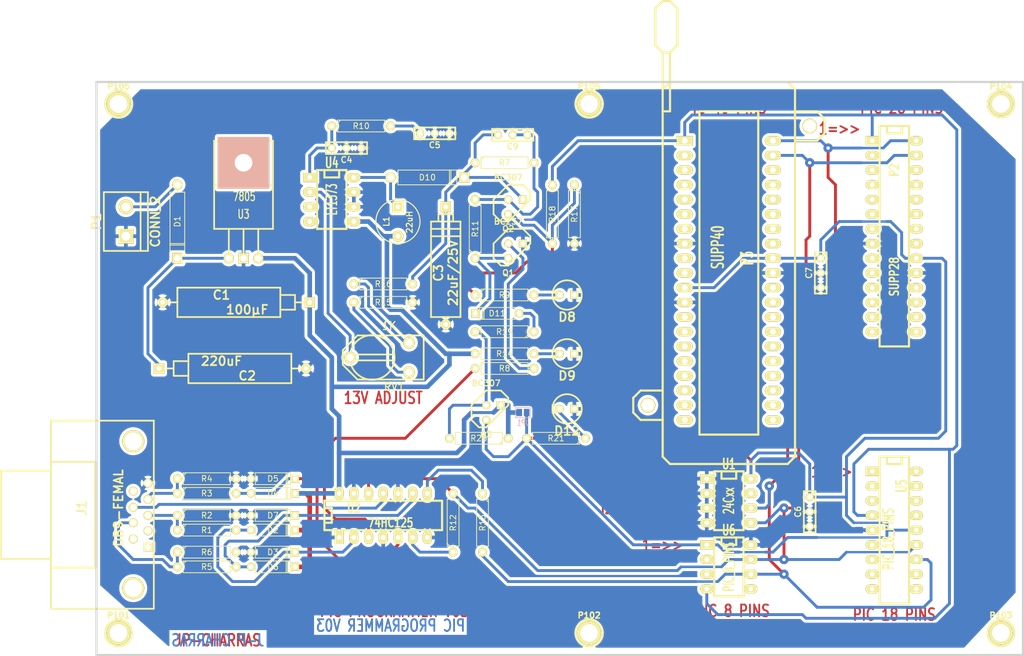
<source format=kicad_pcb>
(kicad_pcb (version 20221018) (generator pcbnew)
  (title_block (title "SERIAL PIC PROGRAMMER"))
  (layers (0 "F.Cu" signal "Composant") (31 "B.Cu" signal "Cuivre") (34 "B.Paste" user) (35 "F.Paste" user) (36 "B.SilkS" user "B.Silkscreen") (37 "F.SilkS" user "F.Silkscreen") (38 "B.Mask" user) (39 "F.Mask" user) (44 "Edge.Cuts" user))
  (net 0 "")
  (net 1 "/CTS")
  (net 2 "/DTR")
  (net 3 "/PC-CLOCK-OUT")
  (net 4 "/TXD")
  (net 5 "GND")
  (net 6 "Net-(C2-Pad1)")
  (net 7 "Net-(C4-Pad1)")
  (net 8 "Net-(C5-Pad1)")
  (net 9 "Net-(C9-Pad2)")
  (net 10 "Net-(D11-Pad1)")
  (net 11 "Net-(D11-Pad2)")
  (net 12 "Net-(Q1-Pad2)")
  (net 13 "Net-(Q2-Pad3)")
  (net 14 "Net-(Q3-Pad2)")
  (net 15 "Net-(R12-Pad1)")
  (net 16 "Net-(R13-Pad1)")
  (net 17 "Net-(R15-Pad1)")
  (net 18 "Net-(R16-Pad1)")
  (net 19 "Net-(R8-Pad1)")
  (net 20 "Net-(RV1-Pad2)")
  (net 21 "VCC")
  (net 22 "VPP")
  (net 23 "/pic_sockets/VCC_PIC")
  (net 24 "Net-(D1-Pad2)")
  (net 25 "Net-(D4-Pad2)")
  (net 26 "Net-(D8-Pad2)")
  (net 27 "Net-(D9-Pad2)")
  (net 28 "Net-(D12-Pad2)")
  (net 29 "Net-(J1-Pad1)")
  (net 30 "Net-(J1-Pad2)")
  (net 31 "Net-(J1-Pad6)")
  (net 32 "Net-(J1-Pad9)")
  (net 33 "Net-(P2-Pad2)")
  (net 34 "Net-(P2-Pad3)")
  (net 35 "Net-(P2-Pad4)")
  (net 36 "Net-(P2-Pad5)")
  (net 37 "Net-(P2-Pad6)")
  (net 38 "Net-(P2-Pad7)")
  (net 39 "Net-(P2-Pad9)")
  (net 40 "Net-(P2-Pad10)")
  (net 41 "Net-(P2-Pad11)")
  (net 42 "Net-(P2-Pad12)")
  (net 43 "Net-(P2-Pad13)")
  (net 44 "Net-(P2-Pad14)")
  (net 45 "/VPP/MCLR")
  (net 46 "Net-(P2-Pad15)")
  (net 47 "Net-(P2-Pad16)")
  (net 48 "Net-(P2-Pad17)")
  (net 49 "Net-(P2-Pad18)")
  (net 50 "Net-(P2-Pad21)")
  (net 51 "Net-(P2-Pad22)")
  (net 52 "Net-(P2-Pad23)")
  (net 53 "Net-(P2-Pad24)")
  (net 54 "Net-(P2-Pad25)")
  (net 55 "Net-(P2-Pad26)")
  (net 56 "/CLOCK-RB6")
  (net 57 "/DATA-RB7")
  (net 58 "Net-(P3-Pad2)")
  (net 59 "Net-(P3-Pad3)")
  (net 60 "Net-(P3-Pad4)")
  (net 61 "Net-(P3-Pad5)")
  (net 62 "Net-(P3-Pad6)")
  (net 63 "Net-(P3-Pad7)")
  (net 64 "Net-(P3-Pad9)")
  (net 65 "Net-(P3-Pad10)")
  (net 66 "Net-(P3-Pad13)")
  (net 67 "Net-(P3-Pad14)")
  (net 68 "Net-(P3-Pad15)")
  (net 69 "Net-(P3-Pad16)")
  (net 70 "Net-(P3-Pad17)")
  (net 71 "Net-(P3-Pad18)")
  (net 72 "Net-(P3-Pad19)")
  (net 73 "Net-(P3-Pad20)")
  (net 74 "Net-(P3-Pad21)")
  (net 75 "Net-(P3-Pad22)")
  (net 76 "Net-(P3-Pad23)")
  (net 77 "Net-(P3-Pad24)")
  (net 78 "Net-(P3-Pad25)")
  (net 79 "Net-(P3-Pad26)")
  (net 80 "Net-(P3-Pad27)")
  (net 81 "Net-(P3-Pad28)")
  (net 82 "Net-(P3-Pad29)")
  (net 83 "Net-(P3-Pad30)")
  (net 84 "Net-(P3-Pad33)")
  (net 85 "Net-(P3-Pad34)")
  (net 86 "Net-(P3-Pad35)")
  (net 87 "Net-(P3-Pad36)")
  (net 88 "Net-(P3-Pad37)")
  (net 89 "Net-(P3-Pad38)")
  (net 90 "Net-(P101-Pad1)")
  (net 91 "Net-(P102-Pad1)")
  (net 92 "Net-(P103-Pad1)")
  (net 93 "Net-(P104-Pad1)")
  (net 94 "Net-(P105-Pad1)")
  (net 95 "Net-(P106-Pad1)")
  (net 96 "Net-(U1-Pad7)")
  (net 97 "Net-(U4-Pad3)")
  (net 98 "Net-(U4-Pad4)")
  (net 99 "Net-(U5-Pad1)")
  (net 100 "Net-(U5-Pad2)")
  (net 101 "Net-(U5-Pad3)")
  (net 102 "Net-(U5-Pad6)")
  (net 103 "Net-(U5-Pad7)")
  (net 104 "Net-(U5-Pad8)")
  (net 105 "Net-(U5-Pad9)")
  (net 106 "Net-(U5-Pad10)")
  (net 107 "Net-(U5-Pad11)")
  (net 108 "Net-(U5-Pad15)")
  (net 109 "Net-(U5-Pad16)")
  (net 110 "Net-(U5-Pad17)")
  (net 111 "Net-(U5-Pad18)")
  (net 112 "Net-(U6-Pad2)")
  (net 113 "Net-(U6-Pad3)")
  (net 114 "Net-(U6-Pad5)")
  (net 115 "Net-(D2-Pad2)")
  (net 116 "Net-(D6-Pad2)")
  (net 117 "Net-(D10-Pad2)")
  (footprint "Discret:CP10" (layer "F.Cu") (at 97.79 78.74 180)
    (fp_text reference "C1")
    (fp_text value "100µF")
  )
  (footprint "Discret:CP10" (layer "F.Cu") (at 97.155 90.17)
    (fp_text reference "C2")
    (fp_text value "220uF")
  )
  (footprint "Discret:CP8" (layer "F.Cu") (at 133.985 72.39 -90)
    (fp_text reference "C3")
    (fp_text value "22uF/25V")
  )
  (footprint "Discret:C1-1" (layer "F.Cu") (at 116.84 52.07)
    (fp_text reference "C4")
    (fp_text value "0" hide)
  )
  (footprint "Discret:C1-1" (layer "F.Cu") (at 132.08 49.53)
    (fp_text reference "C5")
    (fp_text value "10nF" hide)
  )
  (footprint "Discret:C1-1" (layer "F.Cu") (at 196.85 114.935 -90)
    (fp_text reference "C6")
    (fp_text value "100nF" hide)
  )
  (footprint "Discret:C1-1" (layer "F.Cu") (at 198.755 73.66 -90)
    (fp_text reference "C7")
    (fp_text value "100nF" hide)
  )
  (footprint "Discret:C1-1" (layer "F.Cu") (at 145.542 49.784)
    (fp_text reference "C9")
    (fp_text value "220nF" hide)
  )
  (footprint "Discret:D5" (layer "F.Cu") (at 87.63 64.77 -90)
    (fp_text reference "D1")
    (fp_text value "1N4004")
  )
  (footprint "Discret:D3" (layer "F.Cu") (at 104.14 118.11)
    (fp_text reference "D2")
    (fp_text value "BAT43")
  )
  (footprint "Discret:D3" (layer "F.Cu") (at 104.14 121.92)
    (fp_text reference "D3")
    (fp_text value "BAT43")
  )
  (footprint "Discret:D3" (layer "F.Cu") (at 104.14 111.76)
    (fp_text reference "D4")
    (fp_text value "BAT43")
  )
  (footprint "Discret:D3" (layer "F.Cu") (at 104.14 109.22)
    (fp_text reference "D5")
    (fp_text value "BAT43")
  )
  (footprint "Discret:D3" (layer "F.Cu") (at 104.14 124.46)
    (fp_text reference "D6")
    (fp_text value "BAT43")
  )
  (footprint "Discret:D3" (layer "F.Cu") (at 104.14 115.57)
    (fp_text reference "D7")
    (fp_text value "BAT43")
  )
  (footprint "Discret:LEDV" (layer "F.Cu") (at 154.94 77.47 180)
    (fp_text reference "D8")
    (fp_text value "RED-LED" hide)
  )
  (footprint "Discret:LEDV" (layer "F.Cu") (at 154.94 87.63 180)
    (fp_text reference "D9")
    (fp_text value "GREEN-LED" hide)
  )
  (footprint "Discret:D5" (layer "F.Cu") (at 130.81 57.15)
    (fp_text reference "D10")
    (fp_text value "SCHOTTKY")
  )
  (footprint "Discret:D3" (layer "F.Cu") (at 142.875 80.645 180)
    (fp_text reference "D11")
    (fp_text value "BAT43")
  )
  (footprint "Discret:LEDV" (layer "F.Cu") (at 154.94 97.155 180)
    (fp_text reference "D12")
    (fp_text value "YELLOW-LED" hide)
  )
  (footprint "connect:DB9FC" (layer "F.Cu") (at 81.28 115.57 90)
    (fp_text reference "J1")
    (fp_text value "DB9-FEMAL")
  )
  (footprint "inductors:INDUCTOR_V" (layer "F.Cu") (at 125.73 64.77 -90)
    (fp_text reference "L1")
    (fp_text value "22uH")
  )
  (footprint "connect:bornier2" (layer "F.Cu") (at 78.74 64.77 90)
    (fp_text reference "P1")
    (fp_text value "CONN_2")
  )
  (footprint "Discret:TO92" (layer "F.Cu") (at 146.05 69.85)
    (fp_text reference "Q1")
    (fp_text value "BC237")
  )
  (footprint "Discret:TO92" (layer "F.Cu") (at 146.05 62.23)
    (fp_text reference "Q2")
    (fp_text value "BC307")
  )
  (footprint "Discret:TO92" (layer "F.Cu") (at 142.24 97.79)
    (fp_text reference "Q3")
    (fp_text value "BC307")
  )
  (footprint "Discret:R4" (layer "F.Cu") (at 92.71 118.11)
    (fp_text reference "R1")
    (fp_text value "10K")
  )
  (footprint "Discret:R4" (layer "F.Cu") (at 92.71 115.57)
    (fp_text reference "R2")
    (fp_text value "10K")
  )
  (footprint "Discret:R4" (layer "F.Cu") (at 92.71 111.76)
    (fp_text reference "R3")
    (fp_text value "10K")
  )
  (footprint "Discret:R4" (layer "F.Cu") (at 92.71 109.22)
    (fp_text reference "R4")
    (fp_text value "10K")
  )
  (footprint "Discret:R4" (layer "F.Cu") (at 92.71 124.46)
    (fp_text reference "R5")
    (fp_text value "10K")
  )
  (footprint "Discret:R4" (layer "F.Cu") (at 92.71 121.92)
    (fp_text reference "R6")
    (fp_text value "10K")
  )
  (footprint "Discret:R4" (layer "F.Cu") (at 144.145 54.61)
    (fp_text reference "R7")
    (fp_text value "10K")
  )
  (footprint "Discret:R4" (layer "F.Cu") (at 144.145 90.17)
    (fp_text reference "R8")
    (fp_text value "1K")
  )
  (footprint "Discret:R4" (layer "F.Cu") (at 144.145 77.47)
    (fp_text reference "R9")
    (fp_text value "2.2K")
  )
  (footprint "Discret:R4" (layer "F.Cu") (at 119.38 48.26)
    (fp_text reference "R10")
    (fp_text value "5,1K")
  )
  (footprint "Discret:R4" (layer "F.Cu") (at 139.065 66.04 90)
    (fp_text reference "R11")
    (fp_text value "22K")
  )
  (footprint "Discret:R4" (layer "F.Cu") (at 135.255 116.84 90)
    (fp_text reference "R12")
    (fp_text value "470")
  )
  (footprint "Discret:R4" (layer "F.Cu") (at 140.335 116.84 -90)
    (fp_text reference "R13")
    (fp_text value "470")
  )
  (footprint "Discret:R4" (layer "F.Cu") (at 144.145 87.63)
    (fp_text reference "R14")
    (fp_text value "470")
  )
  (footprint "Discret:R4" (layer "F.Cu") (at 123.19 78.74)
    (fp_text reference "R15")
    (fp_text value "6.2K")
  )
  (footprint "Discret:R4" (layer "F.Cu") (at 123.19 75.565)
    (fp_text reference "R16")
    (fp_text value "62K")
  )
  (footprint "Discret:R4" (layer "F.Cu") (at 156.21 63.5 -90)
    (fp_text reference "R17")
    (fp_text value "22K")
  )
  (footprint "Discret:R4" (layer "F.Cu") (at 152.4 63.5 90)
    (fp_text reference "R18")
    (fp_text value "220")
  )
  (footprint "Discret:R4" (layer "F.Cu") (at 144.145 83.82 180)
    (fp_text reference "R19")
    (fp_text value "2.2K")
  )
  (footprint "Discret:R4" (layer "F.Cu") (at 139.7 102.235 180)
    (fp_text reference "R20")
    (fp_text value "2.2K")
  )
  (footprint "Discret:R4" (layer "F.Cu") (at 153.035 102.235 180)
    (fp_text reference "R21")
    (fp_text value "470")
  )
  (footprint "Discret:RV2X4" (layer "F.Cu") (at 122.555 88.265 180)
    (fp_text reference "RV1")
    (fp_text value "1K")
  )
  (footprint "dip_sockets:DIP-8__300_ELL" (layer "F.Cu") (at 182.88 113.03 -90)
    (fp_text reference "U1")
    (fp_text value "24Cxx")
  )
  (footprint "dip_sockets:DIP-14__300_ELL" (layer "F.Cu") (at 123.19 115.57)
    (fp_text reference "U2")
    (fp_text value "74HC125")
  )
  (footprint "Discret:LM78XX" (layer "F.Cu") (at 99.06 71.12 90)
    (fp_text reference "U3")
    (fp_text value "7805")
  )
  (footprint "dip_sockets:DIP-8__300_ELL" (layer "F.Cu") (at 114.3 60.96 -90)
    (fp_text reference "U4")
    (fp_text value "LT1373")
  )
  (footprint "dip_sockets:DIP-18__300_ELL" (layer "F.Cu") (at 211.455 118.11 -90)
    (fp_text reference "U5")
    (fp_text value "PIC_18_PINS")
  )
  (footprint "dip_sockets:DIP-8__300_ELL" (layer "F.Cu") (at 182.88 124.46 -90)
    (fp_text reference "U6")
    (fp_text value "PIC_8_PINS")
  )
  (footprint "footprints:1pin-4" (layer "F.Cu") (at 77.47 135.89)
    (fp_text reference "P101")
    (fp_text value "CONN_1" hide)
  )
  (footprint "footprints:1pin-4" (layer "F.Cu") (at 158.75 135.89)
    (fp_text reference "P102")
    (fp_text value "CONN_1" hide)
  )
  (footprint "footprints:1pin-4" (layer "F.Cu") (at 229.87 135.89)
    (fp_text reference "P103")
    (fp_text value "CONN_1" hide)
  )
  (footprint "footprints:1pin-4" (layer "F.Cu") (at 229.87 44.45)
    (fp_text reference "P104")
    (fp_text value "CONN_1" hide)
  )
  (footprint "footprints:1pin-4" (layer "F.Cu") (at 158.75 44.45)
    (fp_text reference "P105")
    (fp_text value "CONN_1" hide)
  )
  (footprint "footprints:1pin-4" (layer "F.Cu") (at 77.47 44.45)
    (fp_text reference "P106")
    (fp_text value "CONN_1" hide)
  )
  (footprint "sockets:40tex-Ell600" (layer "F.Cu") (at 182.88 74.93 -90)
    (fp_text reference "P3")
    (fp_text value "SUPP40")
  )
  (footprint "dip_sockets:DIP-28__300_ELL" (layer "F.Cu") (at 211.455 67.31 -90)
    (fp_text reference "P2")
    (fp_text value "SUPP28")
  )
  (footprint "connect:GS2" (layer "B.Cu") (at 147.32 97.79 -90)
    (fp_text reference "JP1")
    (fp_text value "JUMPER" hide)
  )
  (gr_line (start 173.99 40.64) (end 233.68 40.64) (stroke (width 0.381)) (layer "Edge.Cuts"))
  (gr_line (start 233.68 139.7) (end 73.66 139.7) (stroke (width 0.381)) (layer "Edge.Cuts"))
  (gr_line (start 73.66 40.64) (end 173.99 40.64) (stroke (width 0.381)) (layer "Edge.Cuts"))
  (gr_line (start 233.68 40.64) (end 233.68 139.7) (stroke (width 0.381)) (layer "Edge.Cuts"))
  (gr_line (start 73.66 139.7) (end 73.66 40.64) (stroke (width 0.381)) (layer "Edge.Cuts"))
  (gr_text "PWR ON" (at 163.83 88.9) (layer "F.Cu") (effects (font (size 2.032 1.524) (thickness 0.3048))))
  (gr_text "13V ADJUST" (at 123.19 95.25) (layer "F.Cu") (effects (font (size 2.032 1.524) (thickness 0.3048))))
  (gr_text "1=>>" (at 171.45 120.65) (layer "F.Cu") (effects (font (size 2.032 1.524) (thickness 0.3048))))
  (gr_text "VPP ON" (at 163.195 80.645) (layer "F.Cu") (effects (font (size 2.032 1.524) (thickness 0.3048))))
  (gr_text "1=>>" (at 200.66 107.95) (layer "F.Cu") (effects (font (size 2.032 1.524) (thickness 0.3048))))
  (gr_text "PIC PROGRAMMER V03" (at 125.095 132.08) (layer "F.Cu") (effects (font (size 2.032 1.524) (thickness 0.3048))))
  (gr_text "PIC 28 PINS" (at 212.725 45.085) (layer "F.Cu") (effects (font (size 2.032 1.524) (thickness 0.3048))))
  (gr_text "1=>>" (at 202 48.7) (layer "F.Cu") (effects (font (size 2.032 1.524) (thickness 0.3048))))
  (gr_text "PIC 40 PINS" (at 182.245 45.085) (layer "F.Cu") (effects (font (size 2.032 1.524) (thickness 0.3048))))
  (gr_text "I2C PROM" (at 166.37 114.3) (layer "F.Cu") (effects (font (size 2.032 1.524) (thickness 0.3048))))
  (gr_text "+8/12V" (at 80.01 57.15) (layer "F.Cu") (effects (font (size 2.032 1.524) (thickness 0.3048))))
  (gr_text "PIC 18 PINS" (at 211.455 132.715) (layer "F.Cu") (effects (font (size 2.032 1.524) (thickness 0.3048))))
  (gr_text "1=>>" (at 171.45 109.22) (layer "F.Cu") (effects (font (size 2.032 1.524) (thickness 0.3048))))
  (gr_text "VCC ON" (at 162.9 99.1) (layer "F.Cu") (effects (font (size 2.032 1.524) (thickness 0.3048))))
  (gr_text "PIC 8 PINS" (at 183.515 132.08) (layer "F.Cu") (effects (font (size 2.032 1.524) (thickness 0.3048))))
  (gr_text "1=>>" (at 167.64 48.895) (layer "F.Cu") (effects (font (size 2.032 1.524) (thickness 0.3048))))
  (gr_text "JP-CHARRAS" (at 94.615 137.16) (layer "F.Cu") (effects (font (size 2.032 1.524) (thickness 0.3048))))
  (gr_text "PIC PROGRAMMER V03" (at 124.46 134.62) (layer "B.Cu") (effects (font (size 2.032 1.524) (thickness 0.3048)) (justify mirror)))
  (gr_text "J-P CHARRAS" (at 94.615 137.16) (layer "B.Cu") (effects (font (size 2.032 1.524) (thickness 0.3048)) (justify mirror)))
  (segment (start 80.01 114.173) (end 83.947 114.173) (width 0.5) (layer "B.Cu") (net 1))
  (segment (start 123.19 113.03) (end 123.19 111.76) (width 0.5) (layer "B.Cu") (net 1))
  (segment (start 83.947 114.173) (end 84.455 113.665) (width 0.5) (layer "B.Cu") (net 1))
  (segment (start 84.455 113.665) (end 112.395 113.665) (width 0.5) (layer "B.Cu") (net 1))
  (segment (start 121.92 114.3) (end 123.19 113.03) (width 0.5) (layer "B.Cu") (net 1))
  (segment (start 113.03 114.3) (end 121.92 114.3) (width 0.5) (layer "B.Cu") (net 1))
  (segment (start 112.395 113.665) (end 113.03 114.3) (width 0.5) (layer "B.Cu") (net 1))
  (segment (start 87.63 111.76) (end 87.63 109.22) (width 0.5) (layer "B.Cu") (net 2))
  (segment (start 82.55 112.776) (end 82.55 112.395) (width 0.5) (layer "B.Cu") (net 2))
  (segment (start 83.185 111.76) (end 87.63 111.76) (width 0.5) (layer "B.Cu") (net 2))
  (segment (start 82.55 112.395) (end 83.185 111.76) (width 0.5) (layer "B.Cu") (net 2))
  (segment (start 77.47 120.65) (end 80.01 123.19) (width 0.5) (layer "B.Cu") (net 3))
  (segment (start 78.105 116.84) (end 77.47 117.475) (width 0.5) (layer "B.Cu") (net 3))
  (segment (start 80.01 123.19) (end 85.09 123.19) (width 0.5) (layer "B.Cu") (net 3))
  (segment (start 86.36 124.46) (end 87.63 124.46) (width 0.5) (layer "B.Cu") (net 3))
  (segment (start 77.47 117.475) (end 77.47 120.65) (width 0.5) (layer "B.Cu") (net 3))
  (segment (start 85.09 123.19) (end 86.36 124.46) (width 0.5) (layer "B.Cu") (net 3))
  (segment (start 80.01 116.84) (end 78.105 116.84) (width 0.5) (layer "B.Cu") (net 3))
  (segment (start 87.63 124.46) (end 87.63 121.92) (width 0.5) (layer "B.Cu") (net 3))
  (segment (start 87.63 118.11) (end 87.63 115.57) (width 0.5) (layer "B.Cu") (net 4))
  (segment (start 87.63 115.57) (end 82.55 115.57) (width 0.5) (layer "B.Cu") (net 4))
  (segment (start 82.55 76.2) (end 87.63 71.12) (width 0.5) (layer "B.Cu") (net 6))
  (segment (start 84.455 90.17) (end 84.455 89.535) (width 0.5) (layer "B.Cu") (net 6))
  (segment (start 87.63 71.12) (end 96.52 71.12) (width 0.5) (layer "B.Cu") (net 6))
  (segment (start 82.55 87.63) (end 82.55 76.2) (width 0.5) (layer "B.Cu") (net 6))
  (segment (start 84.455 89.535) (end 82.55 87.63) (width 0.5) (layer "B.Cu") (net 6))
  (segment (start 110.49 53.34) (end 111.76 52.07) (width 0.5) (layer "B.Cu") (net 7))
  (segment (start 111.76 52.07) (end 114.3 52.07) (width 0.5) (layer "B.Cu") (net 7))
  (segment (start 114.3 48.26) (end 114.3 52.07) (width 0.5) (layer "B.Cu") (net 7))
  (segment (start 110.49 57.15) (end 110.49 53.34) (width 0.5) (layer "B.Cu") (net 7))
  (segment (start 128.27 48.26) (end 129.54 49.53) (width 0.5) (layer "B.Cu") (net 8))
  (segment (start 124.46 48.26) (end 128.27 48.26) (width 0.5) (layer "B.Cu") (net 8))
  (segment (start 149.225 50.165) (end 149.225 54.61) (width 0.5) (layer "B.Cu") (net 9))
  (segment (start 149.86 62.23) (end 148.59 63.5) (width 0.5) (layer "B.Cu") (net 9))
  (segment (start 149.86 59.69) (end 149.86 62.23) (width 0.5) (layer "B.Cu") (net 9))
  (segment (start 149.225 59.055) (end 149.86 59.69) (width 0.5) (layer "B.Cu") (net 9))
  (segment (start 149.225 54.61) (end 149.225 59.055) (width 0.5) (layer "B.Cu") (net 9))
  (segment (start 145.542 49.784) (end 148.082 49.784) (width 0.5) (layer "B.Cu") (net 9))
  (segment (start 144.78 60.96) (end 139.065 60.96) (width 0.5) (layer "B.Cu") (net 9))
  (segment (start 148.082 49.784) (end 148.844 49.784) (width 0.5) (layer "B.Cu") (net 9))
  (segment (start 148.844 49.784) (end 149.225 50.165) (width 0.5) (layer "B.Cu") (net 9))
  (segment (start 144.78 60.96) (end 147.32 63.5) (width 0.5) (layer "B.Cu") (net 9))
  (segment (start 148.59 63.5) (end 147.32 63.5) (width 0.5) (layer "B.Cu") (net 9))
  (segment (start 144.78 71.12) (end 139.065 71.12) (width 0.5) (layer "B.Cu") (net 10))
  (segment (start 141.605 78.105) (end 139.065 80.645) (width 0.5) (layer "B.Cu") (net 10))
  (segment (start 139.065 71.12) (end 141.605 73.66) (width 0.5) (layer "B.Cu") (net 10))
  (segment (start 141.605 73.66) (end 141.605 78.105) (width 0.5) (layer "B.Cu") (net 10))
  (segment (start 148.59 80.645) (end 149.225 81.28) (width 0.5) (layer "B.Cu") (net 11))
  (segment (start 149.225 81.28) (end 149.225 83.82) (width 0.5) (layer "B.Cu") (net 11))
  (segment (start 146.685 80.645) (end 148.59 80.645) (width 0.5) (layer "B.Cu") (net 11))
  (segment (start 146.685 90.17) (end 144.78 88.265) (width 0.5) (layer "B.Cu") (net 12))
  (segment (start 149.225 90.17) (end 146.685 90.17) (width 0.5) (layer "B.Cu") (net 12))
  (segment (start 144.78 68.58) (end 147.32 71.12) (width 0.5) (layer "B.Cu") (net 12))
  (segment (start 147.32 71.12) (end 147.32 73.025) (width 0.5) (layer "B.Cu") (net 12))
  (segment (start 147.32 73.025) (end 144.78 75.565) (width 0.5) (layer "B.Cu") (net 12))
  (segment (start 144.78 75.565) (end 144.78 88.265) (width 0.5) (layer "B.Cu") (net 12))
  (segment (start 152.4 68.58) (end 152.4 69.85) (width 0.5) (layer "F.Cu") (net 13))
  (segment (start 150.495 71.755) (end 152.4 69.85) (width 0.5) (layer "F.Cu") (net 13))
  (segment (start 147.955 71.755) (end 150.495 71.755) (width 0.5) (layer "F.Cu") (net 13))
  (segment (start 137.795 76.2) (end 139.065 77.47) (width 0.5) (layer "F.Cu") (net 13))
  (segment (start 137.795 74.93) (end 137.795 76.2) (width 0.5) (layer "F.Cu") (net 13))
  (segment (start 139.065 73.66) (end 146.05 73.66) (width 0.5) (layer "F.Cu") (net 13))
  (segment (start 137.795 74.93) (end 139.065 73.66) (width 0.5) (layer "F.Cu") (net 13))
  (segment (start 146.05 73.66) (end 147.955 71.755) (width 0.5) (layer "F.Cu") (net 13))
  (segment (start 147.32 65.405) (end 149.225 65.405) (width 0.5) (layer "B.Cu") (net 13))
  (segment (start 156.21 58.42) (end 156.21 61.595) (width 0.5) (layer "B.Cu") (net 13))
  (segment (start 144.78 63.5) (end 145.415 63.5) (width 0.5) (layer "B.Cu") (net 13))
  (segment (start 149.225 65.405) (end 152.4 68.58) (width 0.5) (layer "B.Cu") (net 13))
  (segment (start 156.21 61.595) (end 152.4 65.405) (width 0.5) (layer "B.Cu") (net 13))
  (segment (start 145.415 63.5) (end 147.32 65.405) (width 0.5) (layer "B.Cu") (net 13))
  (segment (start 152.4 65.405) (end 152.4 68.58) (width 0.5) (layer "B.Cu") (net 13))
  (segment (start 139.7 83.82) (end 139.065 83.82) (width 0.5) (layer "B.Cu") (net 14))
  (segment (start 140.97 85.09) (end 139.7 83.82) (width 0.5) (layer "B.Cu") (net 14))
  (segment (start 135.255 96.52) (end 134.62 97.155) (width 0.5) (layer "B.Cu") (net 14))
  (segment (start 140.97 85.09) (end 140.97 96.52) (width 0.5) (layer "B.Cu") (net 14))
  (segment (start 134.62 97.155) (end 134.62 102.235) (width 0.5) (layer "B.Cu") (net 14))
  (segment (start 140.97 96.52) (end 135.255 96.52) (width 0.5) (layer "B.Cu") (net 14))
  (segment (start 128.27 120.65) (end 129.54 121.92) (width 0.5) (layer "B.Cu") (net 15))
  (segment (start 129.54 121.92) (end 135.255 121.92) (width 0.5) (layer "B.Cu") (net 15))
  (segment (start 128.27 119.38) (end 128.27 120.65) (width 0.5) (layer "B.Cu") (net 15))
  (segment (start 140.335 109.6772) (end 140.335 111.76) (width 0.5) (layer "B.Cu") (net 16))
  (segment (start 130.81 111.76) (end 130.81 109.6264) (width 0.5) (layer "B.Cu") (net 16))
  (segment (start 130.81 109.6264) (end 132.6896 107.7468) (width 0.5) (layer "B.Cu") (net 16))
  (segment (start 132.6896 107.7468) (end 138.4046 107.7468) (width 0.5) (layer "B.Cu") (net 16))
  (segment (start 138.4046 107.7468) (end 140.335 109.6772) (width 0.5) (layer "B.Cu") (net 16))
  (segment (start 124.46 86.36) (end 124.46 89.535) (width 0.5) (layer "B.Cu") (net 17))
  (segment (start 118.11 78.74) (end 118.11 80.01) (width 0.5) (layer "B.Cu") (net 17))
  (segment (start 118.11 80.01) (end 124.46 86.36) (width 0.5) (layer "B.Cu") (net 17))
  (segment (start 124.46 89.535) (end 125.73 90.805) (width 0.5) (layer "B.Cu") (net 17))
  (segment (start 125.73 90.805) (end 127.635 90.805) (width 0.5) (layer "B.Cu") (net 17))
  (segment (start 120.65 79.375) (end 127 85.725) (width 0.5) (layer "B.Cu") (net 18))
  (segment (start 120.65 76.2) (end 120.65 79.375) (width 0.5) (layer "B.Cu") (net 18))
  (segment (start 120.015 75.565) (end 120.65 76.2) (width 0.5) (layer "B.Cu") (net 18))
  (segment (start 127 85.725) (end 127.635 85.725) (width 0.5) (layer "B.Cu") (net 18))
  (segment (start 118.11 75.565) (end 120.015 75.565) (width 0.5) (layer "B.Cu") (net 18))
  (segment (start 113.03 114.3) (end 114.935 116.205) (width 0.5) (layer "F.Cu") (net 19))
  (segment (start 114.935 102.235) (end 113.03 104.14) (width 0.5) (layer "F.Cu") (net 19))
  (segment (start 113.03 104.14) (end 113.03 114.3) (width 0.5) (layer "F.Cu") (net 19))
  (segment (start 127 102.235) (end 139.065 90.17) (width 0.5) (layer "F.Cu") (net 19))
  (segment (start 114.935 116.205) (end 120.015 116.205) (width 0.5) (layer "F.Cu") (net 19))
  (segment (start 120.65 116.84) (end 120.65 119.38) (width 0.5) (layer "F.Cu") (net 19))
  (segment (start 114.935 102.235) (end 127 102.235) (width 0.5) (layer "F.Cu") (net 19))
  (segment (start 120.015 116.205) (end 120.65 116.84) (width 0.5) (layer "F.Cu") (net 19))
  (segment (start 113.665 60.96) (end 113.665 80.645) (width 0.5) (layer "B.Cu") (net 20))
  (segment (start 113.665 80.645) (end 117.475 84.455) (width 0.5) (layer "B.Cu") (net 20))
  (segment (start 110.49 59.69) (end 112.395 59.69) (width 0.5) (layer "B.Cu") (net 20))
  (segment (start 112.395 59.69) (end 113.665 60.96) (width 0.5) (layer "B.Cu") (net 20))
  (segment (start 117.475 84.455) (end 117.475 88.265) (width 0.5) (layer "B.Cu") (net 20))
  (segment (start 109.855 124.46) (end 107.95 124.46) (width 0.8) (layer "F.Cu") (net 21))
  (segment (start 110.49 112.395) (end 110.49 116.84) (width 0.8) (layer "F.Cu") (net 21))
  (segment (start 109.22 118.11) (end 110.49 119.38) (width 0.8) (layer "F.Cu") (net 21))
  (segment (start 109.855 111.76) (end 110.49 112.395) (width 0.8) (layer "F.Cu") (net 21))
  (segment (start 110.49 119.38) (end 110.49 123.825) (width 0.8) (layer "F.Cu") (net 21))
  (segment (start 109.22 118.11) (end 107.95 118.11) (width 0.8) (layer "F.Cu") (net 21))
  (segment (start 110.49 123.825) (end 109.855 124.46) (width 0.8) (layer "F.Cu") (net 21))
  (segment (start 107.95 111.76) (end 109.855 111.76) (width 0.8) (layer "F.Cu") (net 21))
  (segment (start 110.49 116.84) (end 109.22 118.11) (width 0.8) (layer "F.Cu") (net 21))
  (segment (start 144.78 97.79) (end 144.78 97.917) (width 0.8) (layer "B.Cu") (net 21))
  (segment (start 144.78 97.917) (end 144.78 96.52) (width 0.8) (layer "B.Cu") (net 21))
  (segment (start 110.49 73.66) (end 107.95 71.12) (width 0.8) (layer "B.Cu") (net 21))
  (segment (start 125.73 67.31) (end 123.825 67.31) (width 0.8) (layer "B.Cu") (net 21))
  (segment (start 135.89 104.775) (end 115.57 104.775) (width 0.8) (layer "B.Cu") (net 21))
  (segment (start 123.19 67.31) (end 120.65 64.77) (width 0.8) (layer "B.Cu") (net 21))
  (segment (start 124.46 80.01) (end 123.825 79.375) (width 0.8) (layer "B.Cu") (net 21))
  (segment (start 144.78 102.235) (end 144.78 97.917) (width 0.8) (layer "B.Cu") (net 21))
  (segment (start 110.49 78.74) (end 110.49 84.455) (width 0.8) (layer "B.Cu") (net 21))
  (segment (start 118.11 64.77) (end 120.65 64.77) (width 0.8) (layer "B.Cu") (net 21))
  (segment (start 123.825 67.31) (end 123.19 67.31) (width 0.8) (layer "B.Cu") (net 21))
  (segment (start 101.6 71.12) (end 107.95 71.12) (width 0.8) (layer "B.Cu") (net 21))
  (segment (start 114.3 93.345) (end 114.3 97.155) (width 0.8) (layer "B.Cu") (net 21))
  (segment (start 134.62 87.63) (end 133.985 87.63) (width 0.8) (layer "B.Cu") (net 21))
  (segment (start 138.43 97.79) (end 137.16 99.06) (width 0.8) (layer "B.Cu") (net 21))
  (segment (start 134.62 89.535) (end 134.62 87.63) (width 0.8) (layer "B.Cu") (net 21))
  (segment (start 139.065 87.63) (end 134.62 87.63) (width 0.8) (layer "B.Cu") (net 21))
  (segment (start 142.24 97.79) (end 138.43 97.79) (width 0.5) (layer "B.Cu") (net 21))
  (segment (start 130.81 93.345) (end 134.62 89.535) (width 0.8) (layer "B.Cu") (net 21))
  (segment (start 110.49 78.74) (end 110.49 73.66) (width 0.8) (layer "B.Cu") (net 21))
  (segment (start 114.3 88.265) (end 114.3 93.345) (width 0.8) (layer "B.Cu") (net 21))
  (segment (start 143.51 96.52) (end 144.78 96.52) (width 0.8) (layer "B.Cu") (net 21))
  (segment (start 115.57 111.76) (end 115.57 104.775) (width 0.8) (layer "B.Cu") (net 21))
  (segment (start 137.16 103.505) (end 135.89 104.775) (width 0.8) (layer "B.Cu") (net 21))
  (segment (start 137.16 99.06) (end 137.16 103.505) (width 0.8) (layer "B.Cu") (net 21))
  (segment (start 115.57 98.425) (end 115.57 104.775) (width 0.8) (layer "B.Cu") (net 21))
  (segment (start 133.985 87.63) (end 126.365 80.01) (width 0.8) (layer "B.Cu") (net 21))
  (segment (start 123.825 79.375) (end 123.825 67.31) (width 0.8) (layer "B.Cu") (net 21))
  (segment (start 146.685 97.79) (end 144.78 97.79) (width 0.8) (layer "B.Cu") (net 21))
  (segment (start 114.3 97.155) (end 115.57 98.425) (width 0.8) (layer "B.Cu") (net 21))
  (segment (start 110.49 84.455) (end 114.3 88.265) (width 0.8) (layer "B.Cu") (net 21))
  (segment (start 126.365 80.01) (end 124.46 80.01) (width 0.8) (layer "B.Cu") (net 21))
  (segment (start 143.51 96.52) (end 142.24 97.79) (width 0.8) (layer "B.Cu") (net 21))
  (segment (start 107.95 111.76) (end 115.57 111.76) (width 0.8) (layer "B.Cu") (net 21))
  (segment (start 114.3 93.345) (end 130.81 93.345) (width 0.8) (layer "B.Cu") (net 21))
  (segment (start 137.16 57.15) (end 137.16 56.515) (width 0.5) (layer "B.Cu") (net 22))
  (segment (start 143.51 57.15) (end 147.32 60.96) (width 0.5) (layer "B.Cu") (net 22))
  (segment (start 136.525 57.15) (end 133.985 59.69) (width 0.5) (layer "B.Cu") (net 22))
  (segment (start 133.985 68.58) (end 128.27 74.295) (width 0.5) (layer "B.Cu") (net 22))
  (segment (start 128.27 74.295) (end 128.27 75.565) (width 0.5) (layer "B.Cu") (net 22))
  (segment (start 139.065 51.181) (end 140.462 49.784) (width 0.5) (layer "B.Cu") (net 22))
  (segment (start 136.525 57.15) (end 137.16 57.15) (width 0.5) (layer "B.Cu") (net 22))
  (segment (start 133.985 62.23) (end 133.985 59.69) (width 0.5) (layer "B.Cu") (net 22))
  (segment (start 137.16 56.515) (end 139.065 54.61) (width 0.5) (layer "B.Cu") (net 22))
  (segment (start 137.16 57.15) (end 143.51 57.15) (width 0.5) (layer "B.Cu") (net 22))
  (segment (start 133.985 62.23) (end 133.985 68.58) (width 0.5) (layer "B.Cu") (net 22))
  (segment (start 139.065 54.61) (end 139.065 51.181) (width 0.5) (layer "B.Cu") (net 22))
  (segment (start 140.462 49.784) (end 143.002 49.784) (width 0.5) (layer "B.Cu") (net 22))
  (segment (start 154.305 104.775) (end 151.765 102.235) (width 0.5) (layer "F.Cu") (net 23))
  (segment (start 151.765 102.235) (end 147.955 102.235) (width 0.5) (layer "F.Cu") (net 23))
  (segment (start 185.42 104.775) (end 186.69 106.045) (width 0.5) (layer "F.Cu") (net 23))
  (segment (start 170.18 104.775) (end 185.42 104.775) (width 0.5) (layer "F.Cu") (net 23))
  (segment (start 170.18 104.775) (end 154.305 104.775) (width 0.5) (layer "F.Cu") (net 23))
  (segment (start 186.69 109.22) (end 186.69 106.045) (width 0.5) (layer "F.Cu") (net 23))
  (segment (start 184.7 121.92) (end 189.23 121.92) (width 0.4) (layer "B.Cu") (net 23))
  (segment (start 179.07 120.65) (end 180.975 120.65) (width 0.5) (layer "B.Cu") (net 23))
  (segment (start 186.69 106.045) (end 187.96 104.775) (width 0.5) (layer "B.Cu") (net 23))
  (segment (start 205.74 64.77) (end 210.185 64.77) (width 0.4) (layer "B.Cu") (net 23))
  (segment (start 140.97 99.06) (end 140.97 104.14) (width 0.5) (layer "B.Cu") (net 23))
  (segment (start 144.78 105.41) (end 147.955 102.235) (width 0.5) (layer "B.Cu") (net 23))
  (segment (start 185.42 71.12) (end 190.5 71.12) (width 0.5) (layer "B.Cu") (net 23))
  (segment (start 212.725 66.675) (end 212.725 70.485) (width 0.5) (layer "B.Cu") (net 23))
  (segment (start 203.2 115.57) (end 204.47 116.84) (width 0.5) (layer "B.Cu") (net 23))
  (segment (start 206.375 102.235) (end 219.075 102.235) (width 0.5) (layer "B.Cu") (net 23))
  (segment (start 187.96 104.775) (end 194.945 104.775) (width 0.5) (layer "B.Cu") (net 23))
  (segment (start 213.36 71.12) (end 215.265 71.12) (width 0.5) (layer "B.Cu") (net 23))
  (segment (start 196.85 106.68) (end 194.945 104.775) (width 0.5) (layer "B.Cu") (net 23))
  (segment (start 180.34 76.2) (end 185.42 71.12) (width 0.5) (layer "B.Cu") (net 23))
  (segment (start 189.23 121.92) (end 190.5 121.92) (width 0.5) (layer "B.Cu") (net 23))
  (segment (start 220.345 71.755) (end 219.71 71.12) (width 0.5) (layer "B.Cu") (net 23))
  (segment (start 220.345 100.965) (end 220.345 71.755) (width 0.5) (layer "B.Cu") (net 23))
  (segment (start 203.2 105.41) (end 203.2 112.395) (width 0.5) (layer "B.Cu") (net 23))
  (segment (start 203.2 112.395) (end 203.2 115.57) (width 0.5) (layer "B.Cu") (net 23))
  (segment (start 180.975 120.65) (end 182.245 121.92) (width 0.5) (layer "B.Cu") (net 23))
  (segment (start 196.85 112.395) (end 203.2 112.395) (width 0.5) (layer "B.Cu") (net 23))
  (segment (start 210.82 64.77) (end 212.725 66.675) (width 0.5) (layer "B.Cu") (net 23))
  (segment (start 142.24 105.41) (end 144.78 105.41) (width 0.5) (layer "B.Cu") (net 23))
  (segment (start 212.725 70.485) (end 213.36 71.12) (width 0.5) (layer "B.Cu") (net 23))
  (segment (start 210.185 64.77) (end 210.82 64.77) (width 0.5) (layer "B.Cu") (net 23))
  (segment (start 198.12 119.38) (end 210.185 119.38) (width 0.4) (layer "B.Cu") (net 23))
  (segment (start 210.185 118.11) (end 210.185 116.84) (width 0.5) (layer "B.Cu") (net 23))
  (segment (start 175.26 76.2) (end 180.34 76.2) (width 0.5) (layer "B.Cu") (net 23))
  (segment (start 182.245 121.92) (end 184.7 121.92) (width 0.5) (layer "B.Cu") (net 23))
  (segment (start 193.04 119.38) (end 198.12 119.38) (width 0.5) (layer "B.Cu") (net 23))
  (segment (start 201.93 64.77) (end 205.74 64.77) (width 0.5) (layer "B.Cu") (net 23))
  (segment (start 147.955 97.79) (end 147.955 102.235) (width 0.5) (layer "B.Cu") (net 23))
  (segment (start 203.2 105.41) (end 206.375 102.235) (width 0.5) (layer "B.Cu") (net 23))
  (segment (start 219.71 71.12) (end 215.265 71.12) (width 0.5) (layer "B.Cu") (net 23))
  (segment (start 196.85 112.395) (end 196.85 106.68) (width 0.5) (layer "B.Cu") (net 23))
  (segment (start 198.755 71.12) (end 198.755 67.945) (width 0.5) (layer "B.Cu") (net 23))
  (segment (start 190.5 121.92) (end 193.04 119.38) (width 0.5) (layer "B.Cu") (net 23))
  (segment (start 210.185 119.38) (end 210.185 118.11) (width 0.5) (layer "B.Cu") (net 23))
  (segment (start 166.37 120.65) (end 147.955 102.235) (width 0.5) (layer "B.Cu") (net 23))
  (segment (start 140.97 104.14) (end 142.24 105.41) (width 0.5) (layer "B.Cu") (net 23))
  (segment (start 198.755 67.945) (end 201.93 64.77) (width 0.5) (layer "B.Cu") (net 23))
  (segment (start 210.185 118.11) (end 215.265 118.11) (width 0.5) (layer "B.Cu") (net 23))
  (segment (start 186.69 109.22) (end 186.69 106.045) (width 0.5) (layer "B.Cu") (net 23))
  (segment (start 219.075 102.235) (end 220.345 100.965) (width 0.5) (layer "B.Cu") (net 23))
  (segment (start 204.47 116.84) (end 210.185 116.84) (width 0.4) (layer "B.Cu") (net 23))
  (segment (start 190.5 71.12) (end 198.755 71.12) (width 0.5) (layer "B.Cu") (net 23))
  (segment (start 179.07 120.65) (end 166.37 120.65) (width 0.5) (layer "B.Cu") (net 23))
  (segment (start 83.82 62.23) (end 87.63 58.42) (width 0.5) (layer "B.Cu") (net 24))
  (segment (start 78.74 62.23) (end 83.82 62.23) (width 0.5) (layer "B.Cu") (net 24))
  (segment (start 111.76 109.855) (end 111.76 119.38) (width 0.5) (layer "F.Cu") (net 25))
  (segment (start 115.57 123.19) (end 123.19 123.19) (width 0.5) (layer "F.Cu") (net 25))
  (segment (start 111.125 109.22) (end 111.76 109.855) (width 0.5) (layer "F.Cu") (net 25))
  (segment (start 107.95 109.22) (end 111.125 109.22) (width 0.5) (layer "F.Cu") (net 25))
  (segment (start 111.76 119.38) (end 115.57 123.19) (width 0.5) (layer "F.Cu") (net 25))
  (segment (start 125.73 120.65) (end 125.73 119.38) (width 0.5) (layer "F.Cu") (net 25))
  (segment (start 123.19 123.19) (end 125.73 120.65) (width 0.5) (layer "F.Cu") (net 25))
  (segment (start 107.95 109.22) (end 106.807 109.22) (width 0.5) (layer "B.Cu") (net 25))
  (segment (start 100.33 111.76) (end 104.267 111.76) (width 0.5) (layer "B.Cu") (net 25))
  (segment (start 100.33 111.76) (end 97.79 111.76) (width 0.5) (layer "B.Cu") (net 25))
  (segment (start 106.807 109.22) (end 104.267 111.76) (width 0.5) (layer "B.Cu") (net 25))
  (segment (start 153.67 77.47) (end 149.225 77.47) (width 0.5) (layer "B.Cu") (net 26))
  (segment (start 153.67 87.63) (end 149.225 87.63) (width 0.5) (layer "B.Cu") (net 27))
  (segment (start 153.67 97.79) (end 158.115 102.235) (width 0.5) (layer "B.Cu") (net 28))
  (segment (start 153.67 97.155) (end 153.67 97.79) (width 0.5) (layer "B.Cu") (net 28))
  (segment (start 204.47 106.68) (end 207.01 104.14) (width 0.5) (layer "B.Cu") (net 45))
  (segment (start 222.25 48.895) (end 222.25 103.505) (width 0.5) (layer "B.Cu") (net 45))
  (segment (start 220.98 130.81) (end 220.98 104.14) (width 0.5) (layer "B.Cu") (net 45))
  (segment (start 195.58 132.715) (end 196.215 133.35) (width 0.5) (layer "B.Cu") (net 45))
  (segment (start 204.47 114.935) (end 204.47 106.68) (width 0.5) (layer "B.Cu") (net 45))
  (segment (start 221.615 104.14) (end 220.98 104.14) (width 0.5) (layer "B.Cu") (net 45))
  (segment (start 179.07 130.81) (end 180.975 132.715) (width 0.5) (layer "B.Cu") (net 45))
  (segment (start 179.07 130.81) (end 179.07 128.27) (width 0.5) (layer "B.Cu") (net 45))
  (segment (start 156.845 50.8) (end 152.4 55.245) (width 0.5) (layer "B.Cu") (net 45))
  (segment (start 221.615 104.14) (end 222.25 103.505) (width 0.5) (layer "B.Cu") (net 45))
  (segment (start 205.105 115.57) (end 204.47 114.935) (width 0.5) (layer "B.Cu") (net 45))
  (segment (start 218.44 133.35) (end 220.98 130.81) (width 0.5) (layer "B.Cu") (net 45))
  (segment (start 152.4 55.245) (end 152.4 58.42) (width 0.5) (layer "B.Cu") (net 45))
  (segment (start 175.26 50.8) (end 175.26 47.625) (width 0.5) (layer "B.Cu") (net 45))
  (segment (start 195.58 132.715) (end 180.975 132.715) (width 0.5) (layer "B.Cu") (net 45))
  (segment (start 156.845 50.8) (end 175.26 50.8) (width 0.5) (layer "B.Cu") (net 45))
  (segment (start 222.25 48.895) (end 219.71 46.355) (width 0.5) (layer "B.Cu") (net 45))
  (segment (start 207.645 50.8) (end 207.645 46.355) (width 0.5) (layer "B.Cu") (net 45))
  (segment (start 207.645 46.355) (end 176.53 46.355) (width 0.5) (layer "B.Cu") (net 45))
  (segment (start 207.645 115.57) (end 205.105 115.57) (width 0.5) (layer "B.Cu") (net 45))
  (segment (start 219.71 46.355) (end 207.645 46.355) (width 0.5) (layer "B.Cu") (net 45))
  (segment (start 207.01 104.14) (end 220.98 104.14) (width 0.5) (layer "B.Cu") (net 45))
  (segment (start 196.215 133.35) (end 218.44 133.35) (width 0.5) (layer "B.Cu") (net 45))
  (segment (start 175.26 47.625) (end 176.53 46.355) (width 0.5) (layer "B.Cu") (net 45))
  (segment (start 196.85 67.31) (end 196.85 54.61) (width 0.5) (layer "F.Cu") (net 56))
  (segment (start 193.04 107.315) (end 193.04 75.565) (width 0.5) (layer "F.Cu") (net 56))
  (segment (start 196.215 67.945) (end 196.85 67.31) (width 0.5) (layer "F.Cu") (net 56))
  (segment (start 193.04 107.315) (end 189.865 110.49) (width 0.5) (layer "F.Cu") (net 56))
  (segment (start 193.04 75.565) (end 196.215 72.39) (width 0.5) (layer "F.Cu") (net 56))
  (segment (start 189.865 110.49) (end 189.865 123.19) (width 0.5) (layer "F.Cu") (net 56))
  (segment (start 189.865 123.19) (end 192.405 125.73) (width 0.5) (layer "F.Cu") (net 56))
  (segment (start 196.215 72.39) (end 196.215 67.945) (width 0.5) (layer "F.Cu") (net 56))
  (via (at 196.85 54.61) (size 1.6) (drill 0.6) (layers "F.Cu" "B.Cu") (net 56))
  (via (at 189.865 110.49) (size 1.6) (drill 0.6) (layers "F.Cu" "B.Cu") (net 56))
  (via (at 192.405 125.73) (size 1.6) (drill 0.6) (layers "F.Cu" "B.Cu") (net 56))
  (segment (start 177.165 127) (end 180.975 127) (width 0.4318) (layer "B.Cu") (net 56))
  (segment (start 216.535 131.445) (end 217.805 130.175) (width 0.5) (layer "B.Cu") (net 56))
  (segment (start 144.78 127) (end 177.165 127) (width 0.5) (layer "B.Cu") (net 56))
  (segment (start 211.455 53.34) (end 210.185 54.61) (width 0.5) (layer "B.Cu") (net 56))
  (segment (start 182.245 125.73) (end 186.69 125.73) (width 0.5) (layer "B.Cu") (net 56))
  (segment (start 195.58 53.34) (end 196.85 54.61) (width 0.5) (layer "B.Cu") (net 56))
  (segment (start 189.865 113.665) (end 189.23 114.3) (width 0.5) (layer "B.Cu") (net 56))
  (segment (start 217.805 130.175) (end 217.805 123.825) (width 0.5) (layer "B.Cu") (net 56))
  (segment (start 217.805 123.825) (end 217.17 123.19) (width 0.5) (layer "B.Cu") (net 56))
  (segment (start 205.74 54.61) (end 208.915 54.61) (width 0.4318) (layer "B.Cu") (net 56))
  (segment (start 189.865 110.49) (end 189.865 113.665) (width 0.5) (layer "B.Cu") (net 56))
  (segment (start 186.69 125.73) (end 192.405 125.73) (width 0.5) (layer "B.Cu") (net 56))
  (segment (start 217.17 123.19) (end 215.265 123.19) (width 0.5) (layer "B.Cu") (net 56))
  (segment (start 210.185 54.61) (end 208.915 54.61) (width 0.5) (layer "B.Cu") (net 56))
  (segment (start 198.12 131.445) (end 216.535 131.445) (width 0.5) (layer "B.Cu") (net 56))
  (segment (start 140.335 122.555) (end 144.78 127) (width 0.5) (layer "B.Cu") (net 56))
  (segment (start 190.5 53.34) (end 195.58 53.34) (width 0.5) (layer "B.Cu") (net 56))
  (segment (start 140.335 121.92) (end 140.335 122.555) (width 0.5) (layer "B.Cu") (net 56))
  (segment (start 189.23 114.3) (end 186.69 114.3) (width 0.5) (layer "B.Cu") (net 56))
  (segment (start 192.405 125.73) (end 198.12 131.445) (width 0.5) (layer "B.Cu") (net 56))
  (segment (start 211.455 53.34) (end 215.265 53.34) (width 0.5) (layer "B.Cu") (net 56))
  (segment (start 196.85 54.61) (end 205.74 54.61) (width 0.5) (layer "B.Cu") (net 56))
  (segment (start 182.245 125.73) (end 180.975 127) (width 0.5) (layer "B.Cu") (net 56))
  (segment (start 194.945 91.44) (end 194.945 113.665) (width 0.5) (layer "F.Cu") (net 57))
  (segment (start 132.715 109.22) (end 135.255 111.76) (width 0.5) (layer "F.Cu") (net 57))
  (segment (start 201.295 85.09) (end 194.945 91.44) (width 0.5) (layer "F.Cu") (net 57))
  (segment (start 192.405 114.3) (end 192.405 123.19) (width 0.5) (layer "F.Cu") (net 57))
  (segment (start 121.285 109.22) (end 132.715 109.22) (width 0.5) (layer "F.Cu") (net 57))
  (segment (start 120.65 111.76) (end 120.65 109.855) (width 0.5) (layer "F.Cu") (net 57))
  (segment (start 200.025 57.15) (end 201.295 58.42) (width 0.5) (layer "F.Cu") (net 57))
  (segment (start 120.65 109.855) (end 121.285 109.22) (width 0.5) (layer "F.Cu") (net 57))
  (segment (start 201.295 58.42) (end 201.295 85.09) (width 0.5) (layer "F.Cu") (net 57))
  (segment (start 200.025 57.15) (end 200.025 52.07) (width 0.5) (layer "F.Cu") (net 57))
  (segment (start 194.31 114.3) (end 192.405 114.3) (width 0.5) (layer "F.Cu") (net 57))
  (segment (start 194.945 113.665) (end 194.31 114.3) (width 0.5) (layer "F.Cu") (net 57))
  (via (at 200.025 52.07) (size 1.6) (drill 0.6) (layers "F.Cu" "B.Cu") (net 57))
  (via (at 192.405 123.19) (size 1.6) (drill 0.6) (layers "F.Cu" "B.Cu") (net 57))
  (via (at 192.405 114.3) (size 1.6) (drill 0.6) (layers "F.Cu" "B.Cu") (net 57))
  (segment (start 215.265 50.8) (end 210.82 50.8) (width 0.5) (layer "B.Cu") (net 57))
  (segment (start 135.255 111.76) (end 137.795 114.3) (width 0.5) (layer "B.Cu") (net 57))
  (segment (start 181.61 124.46) (end 182.88 123.19) (width 0.5) (layer "B.Cu") (net 57))
  (segment (start 189.23 116.84) (end 186.69 116.84) (width 0.5) (layer "B.Cu") (net 57))
  (segment (start 200.025 52.07) (end 205.74 52.07) (width 0.5) (layer "B.Cu") (net 57))
  (segment (start 137.795 114.3) (end 139.065 114.3) (width 0.5) (layer "B.Cu") (net 57))
  (segment (start 191.77 114.3) (end 189.23 116.84) (width 0.5) (layer "B.Cu") (net 57))
  (segment (start 174.625 124.46) (end 181.61 124.46) (width 0.4318) (layer "B.Cu") (net 57))
  (segment (start 182.88 123.19) (end 186.69 123.19) (width 0.5) (layer "B.Cu") (net 57))
  (segment (start 192.405 123.19) (end 201.93 123.19) (width 0.5) (layer "B.Cu") (net 57))
  (segment (start 149.86 125.095) (end 173.99 125.095) (width 0.5) (layer "B.Cu") (net 57))
  (segment (start 213.995 121.92) (end 215.265 120.65) (width 0.5) (layer "B.Cu") (net 57))
  (segment (start 186.69 123.19) (end 192.405 123.19) (width 0.5) (layer "B.Cu") (net 57))
  (segment (start 203.2 121.92) (end 213.995 121.92) (width 0.4) (layer "B.Cu") (net 57))
  (segment (start 173.99 125.095) (end 174.625 124.46) (width 0.5) (layer "B.Cu") (net 57))
  (segment (start 198.755 50.8) (end 200.025 52.07) (width 0.5) (layer "B.Cu") (net 57))
  (segment (start 192.405 114.3) (end 191.77 114.3) (width 0.5) (layer "B.Cu") (net 57))
  (segment (start 139.065 114.3) (end 149.86 125.095) (width 0.5) (layer "B.Cu") (net 57))
  (segment (start 205.74 52.07) (end 209.55 52.07) (width 0.4318) (layer "B.Cu") (net 57))
  (segment (start 209.55 52.07) (end 210.82 50.8) (width 0.5) (layer "B.Cu") (net 57))
  (segment (start 190.5 50.8) (end 198.755 50.8) (width 0.5) (layer "B.Cu") (net 57))
  (segment (start 201.93 123.19) (end 203.2 121.92) (width 0.5) (layer "B.Cu") (net 57))
  (segment (start 100.965 127) (end 106.045 121.92) (width 0.5) (layer "B.Cu") (net 115))
  (segment (start 94.615 124.46) (end 97.155 127) (width 0.5) (layer "B.Cu") (net 115))
  (segment (start 107.95 121.92) (end 116.205 121.92) (width 0.5) (layer "B.Cu") (net 115))
  (segment (start 94.615 119.38) (end 94.615 124.46) (width 0.5) (layer "B.Cu") (net 115))
  (segment (start 97.79 118.11) (end 95.885 118.11) (width 0.5) (layer "B.Cu") (net 115))
  (segment (start 116.205 121.92) (end 118.11 120.015) (width 0.5) (layer "B.Cu") (net 115))
  (segment (start 118.11 120.015) (end 118.11 119.38) (width 0.5) (layer "B.Cu") (net 115))
  (segment (start 97.155 127) (end 100.965 127) (width 0.5) (layer "B.Cu") (net 115))
  (segment (start 100.33 118.11) (end 97.79 118.11) (width 0.5) (layer "B.Cu") (net 115))
  (segment (start 106.045 121.92) (end 107.95 121.92) (width 0.5) (layer "B.Cu") (net 115))
  (segment (start 95.885 118.11) (end 94.615 119.38) (width 0.5) (layer "B.Cu") (net 115))
  (segment (start 95.885 122.555) (end 97.79 124.46) (width 0.5) (layer "B.Cu") (net 116))
  (segment (start 101.6 120.015) (end 106.045 115.57) (width 0.5) (layer "B.Cu") (net 116))
  (segment (start 95.885 120.65) (end 95.885 122.555) (width 0.5) (layer "B.Cu") (net 116))
  (segment (start 128.27 113.03) (end 125.73 115.57) (width 0.5) (layer "B.Cu") (net 116))
  (segment (start 96.52 120.015) (end 101.6 120.015) (width 0.5) (layer "B.Cu") (net 116))
  (segment (start 107.95 115.57) (end 125.73 115.57) (width 0.5) (layer "B.Cu") (net 116))
  (segment (start 100.33 124.46) (end 97.79 124.46) (width 0.5) (layer "B.Cu") (net 116))
  (segment (start 106.045 115.57) (end 107.95 115.57) (width 0.5) (layer "B.Cu") (net 116))
  (segment (start 96.52 120.015) (end 95.885 120.65) (width 0.5) (layer "B.Cu") (net 116))
  (segment (start 128.27 111.76) (end 128.27 113.03) (width 0.5) (layer "B.Cu") (net 116))
  (segment (start 124.46 60.96) (end 125.73 62.23) (width 0.5) (layer "B.Cu") (net 117))
  (segment (start 124.46 57.15) (end 124.46 60.96) (width 0.5) (layer "B.Cu") (net 117))
  (segment (start 118.11 57.15) (end 124.46 57.15) (width 0.5) (layer "B.Cu") (net 117))
  (zone (net 5) (net_name "GND") (layer "B.Cu") (connect_pads (clearance 0.508)) (min_thickness 0.3) (fill yes (thermal_gap 0.508) (thermal_bridge_width 0.635))
    (polygon (pts (xy 223.52 138.43) (xy 232.41 128.905) (xy 232.41 53.975) (xy 219.71 41.91) (xy 81.28 41.91) (xy 74.295 48.895) (xy 74.295 127.635) (xy 86.36 138.43)))
  )
)
</source>
